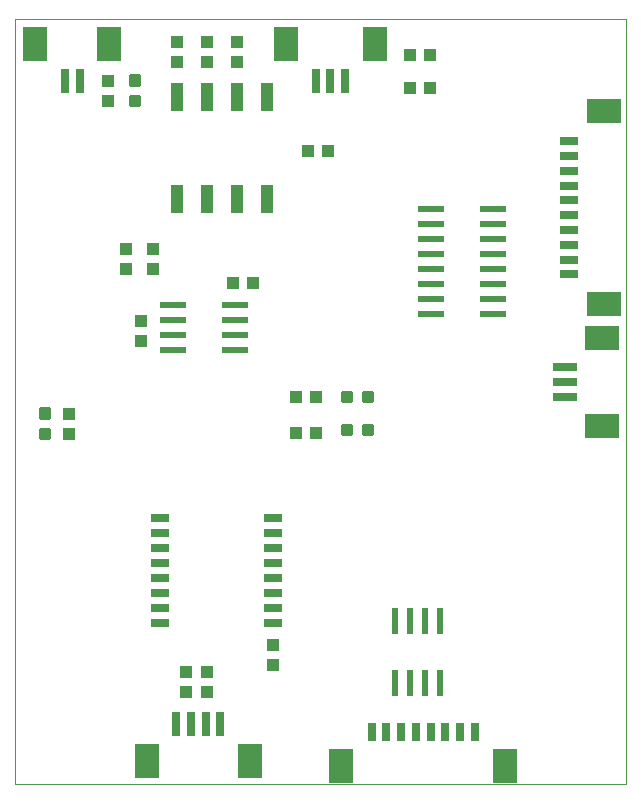
<source format=gtp>
G75*
%MOIN*%
%OFA0B0*%
%FSLAX25Y25*%
%IPPOS*%
%LPD*%
%AMOC8*
5,1,8,0,0,1.08239X$1,22.5*
%
%ADD10C,0.00000*%
%ADD11C,0.01181*%
%ADD12R,0.03937X0.04331*%
%ADD13R,0.03150X0.07874*%
%ADD14R,0.08268X0.11811*%
%ADD15R,0.06000X0.03000*%
%ADD16R,0.07874X0.03150*%
%ADD17R,0.11811X0.08268*%
%ADD18R,0.02400X0.08700*%
%ADD19R,0.03150X0.06299*%
%ADD20R,0.08700X0.02400*%
%ADD21R,0.06299X0.03150*%
%ADD22R,0.04331X0.03937*%
%ADD23R,0.04449X0.09606*%
D10*
X0007983Y0008986D02*
X0007983Y0263946D01*
X0211684Y0263946D01*
X0211684Y0008986D01*
X0007983Y0008986D01*
D11*
X0016605Y0126911D02*
X0019361Y0126911D01*
X0019361Y0124155D01*
X0016605Y0124155D01*
X0016605Y0126911D01*
X0016605Y0125335D02*
X0019361Y0125335D01*
X0019361Y0126515D02*
X0016605Y0126515D01*
X0016605Y0133816D02*
X0019361Y0133816D01*
X0019361Y0131060D01*
X0016605Y0131060D01*
X0016605Y0133816D01*
X0016605Y0132240D02*
X0019361Y0132240D01*
X0019361Y0133420D02*
X0016605Y0133420D01*
X0046605Y0235155D02*
X0049361Y0235155D01*
X0046605Y0235155D02*
X0046605Y0237911D01*
X0049361Y0237911D01*
X0049361Y0235155D01*
X0049361Y0236335D02*
X0046605Y0236335D01*
X0046605Y0237515D02*
X0049361Y0237515D01*
X0049361Y0242060D02*
X0046605Y0242060D01*
X0046605Y0244816D01*
X0049361Y0244816D01*
X0049361Y0242060D01*
X0049361Y0243240D02*
X0046605Y0243240D01*
X0046605Y0244420D02*
X0049361Y0244420D01*
X0119909Y0139364D02*
X0119909Y0136608D01*
X0117153Y0136608D01*
X0117153Y0139364D01*
X0119909Y0139364D01*
X0119909Y0137788D02*
X0117153Y0137788D01*
X0117153Y0138968D02*
X0119909Y0138968D01*
X0126814Y0139364D02*
X0126814Y0136608D01*
X0124058Y0136608D01*
X0124058Y0139364D01*
X0126814Y0139364D01*
X0126814Y0137788D02*
X0124058Y0137788D01*
X0124058Y0138968D02*
X0126814Y0138968D01*
X0126814Y0128364D02*
X0126814Y0125608D01*
X0124058Y0125608D01*
X0124058Y0128364D01*
X0126814Y0128364D01*
X0126814Y0126788D02*
X0124058Y0126788D01*
X0124058Y0127968D02*
X0126814Y0127968D01*
X0119909Y0128364D02*
X0119909Y0125608D01*
X0117153Y0125608D01*
X0117153Y0128364D01*
X0119909Y0128364D01*
X0119909Y0126788D02*
X0117153Y0126788D01*
X0117153Y0127968D02*
X0119909Y0127968D01*
D12*
X0108330Y0125986D03*
X0101637Y0125986D03*
X0101637Y0137986D03*
X0108330Y0137986D03*
X0053983Y0180639D03*
X0053983Y0187332D03*
X0044983Y0187332D03*
X0044983Y0180639D03*
X0049983Y0163332D03*
X0049983Y0156639D03*
X0025983Y0132332D03*
X0025983Y0125639D03*
X0064983Y0046332D03*
X0064983Y0039639D03*
X0071983Y0039639D03*
X0071983Y0046332D03*
X0093983Y0048639D03*
X0093983Y0055332D03*
X0038983Y0236639D03*
X0038983Y0243332D03*
X0061983Y0249639D03*
X0061983Y0256332D03*
X0071983Y0256332D03*
X0071983Y0249639D03*
X0081983Y0249639D03*
X0081983Y0256332D03*
D13*
X0108062Y0243143D03*
X0112983Y0243143D03*
X0117905Y0243143D03*
X0029444Y0243143D03*
X0024523Y0243143D03*
X0061602Y0028828D03*
X0066523Y0028828D03*
X0071444Y0028828D03*
X0076365Y0028828D03*
D14*
X0086208Y0016525D03*
X0116720Y0014899D03*
X0171247Y0014899D03*
X0051759Y0016525D03*
X0039287Y0255446D03*
X0014680Y0255446D03*
X0098220Y0255446D03*
X0127747Y0255446D03*
D15*
X0093783Y0097486D03*
X0093783Y0092486D03*
X0093783Y0087486D03*
X0093783Y0082486D03*
X0093783Y0077486D03*
X0093783Y0072486D03*
X0093783Y0067486D03*
X0093783Y0062486D03*
X0056183Y0062486D03*
X0056183Y0067486D03*
X0056183Y0072486D03*
X0056183Y0077486D03*
X0056183Y0082486D03*
X0056183Y0087486D03*
X0056183Y0092486D03*
X0056183Y0097486D03*
D16*
X0191141Y0138064D03*
X0191141Y0142986D03*
X0191141Y0147907D03*
D17*
X0203444Y0157749D03*
X0204070Y0168801D03*
X0203444Y0128222D03*
X0204070Y0233171D03*
D18*
X0149483Y0063286D03*
X0144483Y0063286D03*
X0139483Y0063286D03*
X0134483Y0063286D03*
X0134483Y0042686D03*
X0139483Y0042686D03*
X0144483Y0042686D03*
X0149483Y0042686D03*
D19*
X0151365Y0026316D03*
X0146444Y0026316D03*
X0141523Y0026316D03*
X0136602Y0026316D03*
X0131680Y0026316D03*
X0126759Y0026316D03*
X0156287Y0026316D03*
X0161208Y0026316D03*
D20*
X0081283Y0153486D03*
X0081283Y0158486D03*
X0081283Y0163486D03*
X0081283Y0168486D03*
X0060683Y0168486D03*
X0060683Y0163486D03*
X0060683Y0158486D03*
X0060683Y0153486D03*
X0146683Y0165486D03*
X0146683Y0170486D03*
X0146683Y0175486D03*
X0146683Y0180486D03*
X0146683Y0185486D03*
X0146683Y0190486D03*
X0146683Y0195486D03*
X0146683Y0200486D03*
X0167283Y0200486D03*
X0167283Y0195486D03*
X0167283Y0190486D03*
X0167283Y0185486D03*
X0167283Y0180486D03*
X0167283Y0175486D03*
X0167283Y0170486D03*
X0167283Y0165486D03*
D21*
X0192653Y0178840D03*
X0192653Y0183761D03*
X0192653Y0188682D03*
X0192653Y0193604D03*
X0192653Y0198525D03*
X0192653Y0203446D03*
X0192653Y0208367D03*
X0192653Y0213289D03*
X0192653Y0218210D03*
X0192653Y0223131D03*
D22*
X0146330Y0240986D03*
X0139637Y0240986D03*
X0139637Y0251986D03*
X0146330Y0251986D03*
X0112330Y0219986D03*
X0105637Y0219986D03*
X0087330Y0175986D03*
X0080637Y0175986D03*
D23*
X0081983Y0204056D03*
X0091983Y0204056D03*
X0071983Y0204056D03*
X0061983Y0204056D03*
X0061983Y0237915D03*
X0071983Y0237915D03*
X0081983Y0237915D03*
X0091983Y0237915D03*
M02*

</source>
